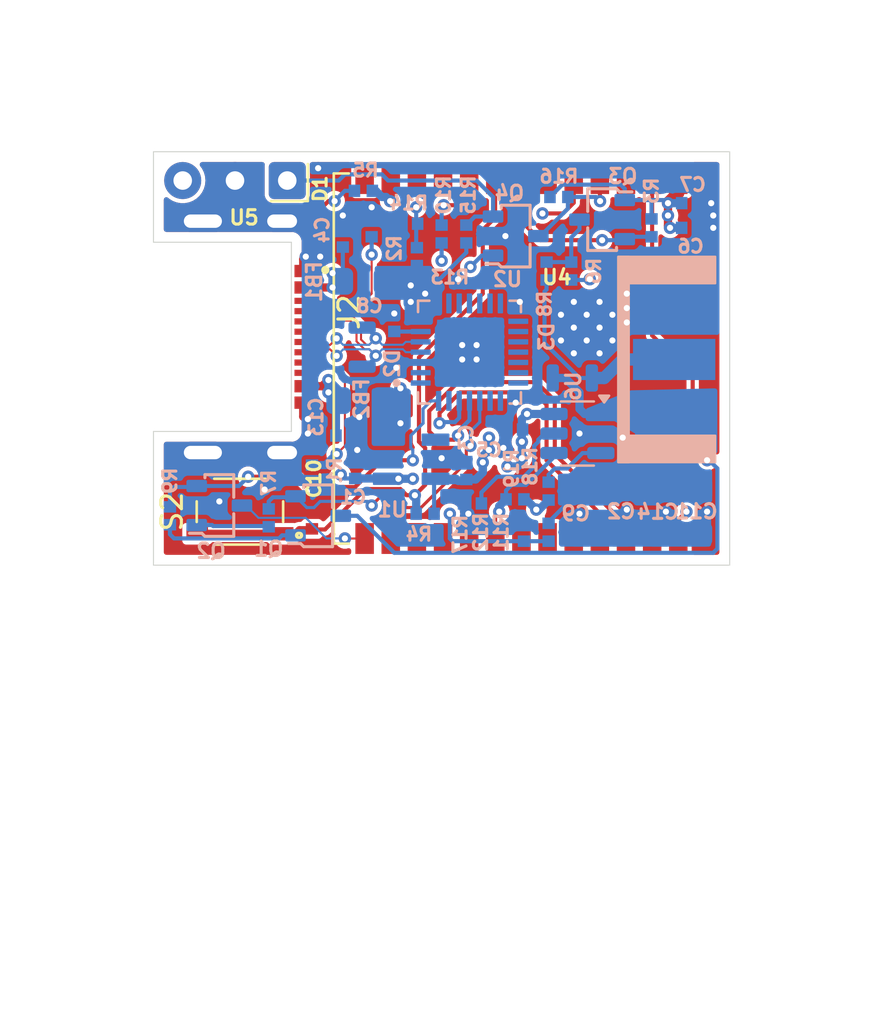
<source format=kicad_pcb>
(kicad_pcb (version 20240108) (generator "pcbnew") (generator_version "8.0")
  (layers (0 "F.Cu" signal) (1 "In1.Cu" signal) (2 "In2.Cu" signal) (31 "B.Cu" signal) (34 "B.Paste" user) (35 "F.Paste" user) (36 "B.SilkS" user "B.Silkscreen") (37 "F.SilkS" user "F.Silkscreen") (38 "B.Mask" user) (39 "F.Mask" user) (44 "Edge.Cuts" user))
  (net 0 "")
  (net 1 "+5V")
  (net 2 "GND")
  (net 3 "+3V3")
  (net 4 "/Enable")
  (net 5 "/USER_BTN")
  (net 6 "Net-(D1-A)")
  (net 8 "/USB_DN")
  (net 9 "Net-(J2-VBUS_A)")
  (net 10 "/USB_DP")
  (net 12 "Net-(J2-CC2)")
  (net 13 "Net-(J2-VBUS_B)")
  (net 14 "Net-(J2-CC1)")
  (net 15 "Net-(U2-VDD)")
  (net 17 "/UART_MASTER_TX")
  (net 23 "/LED_DATA_conn")
  (net 28 "/UART_MASTER_RX")
  (net 29 "/LED_DATA")
  (net 32 "/DTR")
  (net 48 "LED_PWR")
  (net 49 "/RTS")
  (net 50 "Net-(Q2-G)")
  (net 51 "Net-(Q1-G)")
  (net 52 "/BOOT")
  (net 53 "Net-(Q3-D)")
  (net 54 "Net-(U4-IO8)")
  (net 56 "/LED_VOLTAGE")
  (net 57 "/LED_EN")
  (net 59 "Net-(U4-IO12)")
  (net 60 "/USB_VBUS_Sense")
  (net 62 "Net-(Q4-S)")
  (net 63 "/IR_Receiver")
  (net 64 "Net-(U6-ISET)")
  (net 65 "Net-(U6-~{FLG})")
  (footprint "HSRGB:ESP32-C6-WROOM-1-N8" (layer "F.Cu") (at 104.51 83.055 -90)
    (property "Reference" "U4")
    (property "Value" "XCVR_ESP32-C6-WROOM-1-N8")
  )
  (footprint "HSRGB:Vishay_TSOP4838" (layer "F.Cu") (at 89.5 74.4 180)
    (property "Reference" "U5")
    (property "Value" "IR_TSOP4838")
  )
  (footprint "HSRGB:2340901-1" (layer "F.Cu") (at 85 82 -90)
    (property "Reference" "J2")
    (property "Value" "TE_2340901-1")
  )
  (footprint "HSRGB:LED_KPT-1608ZGC" (layer "F.Cu") (at 90.8 76.9 -90)
    (property "Reference" "D1")
    (property "Value" "LED")
  )
  (footprint "HSRGB:C_0402" (layer "F.Cu") (at 90.7 90.9 -90)
    (property "Reference" "C10")
    (property "Value" "C_100n_0402")
  )
  (footprint "HSRGB:SKRPACE010" (layer "F.Cu") (at 87.2 90.5 180)
    (property "Reference" "S2")
    (property "Value" "SW_SKRPACE010")
  )
  (footprint "HSRGB:C_0402" (layer "B.Cu") (at 92.8 88.45 -90)
    (property "Reference" "C1")
    (property "Value" "C_2u2_10pct_16V_0402_GRM155R61C225KE11D")
  )
  (footprint "HSRGB:R_0402" (layer "B.Cu") (at 95.8 78.1 90)
    (property "Reference" "R13")
    (property "Value" "R_5k1_0402")
  )
  (footprint "HSRGB:SOT-23-3" (layer "B.Cu") (at 86.2 90.2)
    (property "Reference" "Q2")
    (property "Value" "BSS123")
  )
  (footprint "HSRGB:C_0805" (layer "B.Cu") (at 107.6 90.5 90)
    (property "Reference" "C14")
    (property "Value" "C_47u_20pct_10V_0805_CC0805MKX5R6BB476")
  )
  (footprint "HSRGB:R_0402" (layer "B.Cu") (at 107.2 76.7 90)
    (property "Reference" "R3")
    (property "Value" "R_5k1_0402")
  )
  (footprint "HSRGB:C_0402" (layer "B.Cu") (at 94.7 81.3 -90)
    (property "Reference" "C8")
    (property "Value" "C_100n_0402")
  )
  (footprint "HSRGB:SOT-23-3" (layer "B.Cu") (at 104.8 76.3 180)
    (property "Reference" "Q3")
    (property "Value" "BSS123")
  )
  (footprint "HSRGB:1x03_P2.54mm_LED_pads" (layer "B.Cu") (at 113.825 83.1)
    (property "Reference" "J3" (hide yes))
    (property "Value" "Conn_01x03")
  )
  (footprint "HSRGB:C_0402" (layer "B.Cu") (at 109.1 76.7 180)
    (property "Reference" "C6")
    (property "Value" "C_2u2_10pct_16V_0402_GRM155R61C225KE11D")
  )
  (footprint "HSRGB:R_0402" (layer "B.Cu") (at 102.1 78.8 -90)
    (property "Reference" "R8")
    (property "Value" "R_430_0402")
  )
  (footprint "HSRGB:R_0402" (layer "B.Cu") (at 103.3 78.8 -90)
    (property "Reference" "R6")
    (property "Value" "R_5k1_0402")
  )
  (footprint "HSRGB:R_0402" (layer "B.Cu") (at 102.7 75.2 180)
    (property "Reference" "R16")
    (property "Value" "R_5k1_0402")
  )
  (footprint "HSRGB:R_0402" (layer "B.Cu") (at 101 91.5 90)
    (property "Reference" "R12")
    (property "Value" "R_5k1_0402")
  )
  (footprint "HSRGB:C_0402" (layer "B.Cu") (at 92.2 77.2 -90)
    (property "Reference" "C4")
    (property "Value" "C_2u2_10pct_16V_0402_GRM155R61C225KE11D")
  )
  (footprint "HSRGB:R_0402" (layer "B.Cu") (at 90.7 87.8 90)
    (property "Reference" "R1")
    (property "Value" "R_5k1_0402")
  )
  (footprint "HSRGB:R_0402" (layer "B.Cu") (at 95.4 76.5 180)
    (property "Reference" "R14")
    (property "Value" "R_5k1_0402")
  )
  (footprint "HSRGB:R_0402" (layer "B.Cu") (at 88.6 90.8 -90)
    (property "Reference" "R7")
    (property "Value" "R_430_0402")
  )
  (footprint "HSRGB:C_0805" (layer "B.Cu") (at 105.7 90.5 90)
    (property "Reference" "C2")
    (property "Value" "C_47u_20pct_10V_0805_CC0805MKX5R6BB476")
  )
  (footprint "HSRGB:SOT-23-3" (layer "B.Cu") (at 100.6 77.1)
    (property "Reference" "Q4")
    (property "Value" "BSS123")
  )
  (footprint "HSRGB:R_0402" (layer "B.Cu") (at 93.2 74.9)
    (property "Reference" "R5")
    (property "Value" "R_430_0402")
  )
  (footprint "HSRGB:R_0402" (layer "B.Cu") (at 97 77 90)
    (property "Reference" "R10")
    (property "Value" "R_5k1_0402")
  )
  (footprint "HSRGB:R_0402" (layer "B.Cu") (at 98.5 90.1)
    (property "Reference" "R17")
    (property "Value" "R_2k4_1pct_0402_CRCW04022K40FKED")
  )
  (footprint "HSRGB:R_0402" (layer "B.Cu") (at 102.2 91.5 -90)
    (property "Reference" "R11")
    (property "Value" "R_5k1_0402")
  )
  (footprint "HSRGB:C_0805" (layer "B.Cu") (at 103.8 90.5 90)
    (property "Reference" "C9")
    (property "Value" "C_47u_20pct_10V_0805_CC0805MKX5R6BB476")
  )
  (footprint "HSRGB:FB_0805_2012Metric" (layer "B.Cu") (at 93.1 85.1)
    (property "Reference" "FB2")
    (property "Value" "FB_600_Ohm_0805")
  )
  (footprint "HSRGB:R_0402" (layer "B.Cu") (at 100.565001 89.9)
    (property "Reference" "R19")
    (property "Value" "R_5k1_0402")
  )
  (footprint "HSRGB:R_0402" (layer "B.Cu") (at 102.2 89.5 -90)
    (property "Reference" "R18")
    (property "Value" "R_5k1_0402")
  )
  (footprint "HSRGB:PESD5V0L2BT" (layer "B.Cu") (at 92 82.5 180)
    (property "Reference" "D2")
    (property "Value" "PESD5V0L2BT")
  )
  (footprint "HSRGB:C_0402" (layer "B.Cu") (at 100.5 86.5)
    (property "Reference" "C5")
    (property "Value" "C_2u2_10pct_16V_0402_GRM155R61C225KE11D")
  )
  (footprint "HSRGB:AP2112K-3.3TRG1" (layer "B.Cu") (at 95.52 87.95)
    (property "Reference" "U1")
    (property "Value" "SOT95P285X140-5N")
  )
  (footprint "HSRGB:CP2102" (layer "B.Cu") (at 98.355001 82.7436)
    (property "Reference" "U2")
    (property "Value" "QFN50P500X500X100-29N")
  )
  (footprint "HSRGB:SOT-23-3" (layer "B.Cu") (at 91 90.7)
    (property "Reference" "Q1")
    (property "Value" "BSS123")
  )
  (footprint "HSRGB:C_0402" (layer "B.Cu") (at 109.1 75.5 180)
    (property "Reference" "C7")
    (property "Value" "C_100n_0402")
  )
  (footprint "HSRGB:R_0402" (layer "B.Cu") (at 98.2 77 -90)
    (property "Reference" "R15")
    (property "Value" "R_5k1_0402")
  )
  (footprint "HSRGB:C_0805" (layer "B.Cu") (at 109.5 90.5 90)
    (property "Reference" "C11")
    (property "Value" "C_47u_20pct_10V_0805_CC0805MKX5R6BB476")
  )
  (footprint "HSRGB:R_0402" (layer "B.Cu") (at 83.8 90.7 -90)
    (property "Reference" "R9")
    (property "Value" "R_430_0402")
  )
  (footprint "HSRGB:PESD5V0L2BT" (layer "B.Cu") (at 103.350001 82.8625 90)
    (property "Reference" "D3")
    (property "Value" "PESD5V0L2BT")
  )
  (footprint "HSRGB:C_0402" (layer "B.Cu") (at 98.2 88.5 -90)
    (property "Reference" "C3")
    (property "Value" "C_2u2_10pct_16V_0402_GRM155R61C225KE11D")
  )
  (footprint "HSRGB:R_0402" (layer "B.Cu") (at 96.2 90.6 180)
    (property "Reference" "R4")
    (property "Value" "R_5k1_0402")
  )
  (footprint "HSRGB:R_0402" (layer "B.Cu") (at 93.6 76.7 -90)
    (property "Reference" "R2")
    (property "Value" "R_5k1_0402")
  )
  (footprint "HSRGB:C_0402" (layer "B.Cu") (at 92.3 86.8 180)
    (property "Reference" "C13")
    (property "Value" "C_2u2_10pct_16V_0402_GRM155R61C225KE11D")
  )
  (footprint "HSRGB:FB_0805_2012Metric" (layer "B.Cu") (at 93.2 79.3)
    (property "Reference" "FB1")
    (property "Value" "FB_600_Ohm_0805")
  )
  (footprint "HSRGB:TSOT-23-6" (layer "B.Cu") (at 103.6 86.7 180)
    (property "Reference" "U6")
    (property "Value" "AP22615AWU-7")
  )
  (gr_rect (start 105.6 78.1) (end 110.3 79.4) (stroke (width 0.1)) (fill solid) (layer "B.SilkS"))
  (gr_rect (start 105.575 78.1) (end 106.1 88.1) (stroke (width 0.1)) (fill solid) (layer "B.SilkS"))
  (gr_rect (start 105.6 86.8) (end 110.3 88.1) (stroke (width 0.1)) (fill solid) (layer "B.SilkS"))
  (gr_line (start 83 93.1) (end 111 93.1) (stroke (width 0.05)) (layer "Edge.Cuts"))
  (gr_line (start 83 77.4) (end 89.7 77.4) (stroke (width 0.05)) (layer "Edge.Cuts"))
  (gr_line (start 89.7 77.4) (end 89.7 86.6) (stroke (width 0.05)) (layer "Edge.Cuts"))
  (gr_line (start 111 73) (end 83 73) (stroke (width 0.05)) (layer "Edge.Cuts"))
  (gr_line (start 89.7 86.6) (end 83 86.6) (stroke (width 0.05)) (layer "Edge.Cuts"))
  (gr_line (start 83 86.6) (end 83 93.1) (stroke (width 0.05)) (layer "Edge.Cuts"))
  (gr_line (start 111 93.1) (end 111 73) (stroke (width 0.05)) (layer "Edge.Cuts"))
  (gr_line (start 83 73) (end 83 77.4) (stroke (width 0.05)) (layer "Edge.Cuts"))
  (via (at 95 86.2) (size 0.6) (drill 0.3) (layers "F.Cu" "B.Cu") (net 1))
  (via (at 95 84.5) (size 0.6) (drill 0.3) (layers "F.Cu" "B.Cu") (net 1))
  (via (at 100.9 87.1) (size 0.6) (drill 0.3) (layers "F.Cu" "B.Cu") (net 1))
  (via (at 92.1 88.7) (size 0.6) (drill 0.3) (layers "F.Cu" "B.Cu") (net 1))
  (via (at 101.6 90.4) (size 0.6) (drill 0.3) (layers "F.Cu" "B.Cu") (net 1))
  (via (at 104.2 79.2) (size 0.6) (drill 0.3) (layers "F.Cu" "B.Cu") (net 1))
  (via (at 95.5 80.3) (size 0.6) (drill 0.3) (layers "F.Cu" "B.Cu") (net 1))
  (via (at 95.6 88.9) (size 0.6) (drill 0.3) (layers "F.Cu" "B.Cu") (net 1))
  (via (at 96.2 79.9) (size 0.6) (drill 0.3) (layers "F.Cu" "B.Cu") (net 1))
  (via (at 100.9 87.9) (size 0.6) (drill 0.3) (layers "F.Cu" "B.Cu") (net 1))
  (via (at 94.9 88.9) (size 0.6) (drill 0.3) (layers "F.Cu" "B.Cu") (net 1))
  (via (at 100.2 88.3) (size 0.6) (drill 0.3) (layers "F.Cu" "B.Cu") (net 1))
  (via (at 95.5 79.5) (size 0.6) (drill 0.3) (layers "F.Cu" "B.Cu") (net 1))
  (via (at 101.149999 85.750001) (size 0.6) (drill 0.3) (layers "F.Cu" "B.Cu") (net 1))
  (segment (start 101.149999 85.750001) (end 102.4625 85.750001) (width 0.4) (layer "B.Cu") (net 1))
  (segment (start 101.6 90.4) (end 101.734999 90.4) (width 0.4) (layer "B.Cu") (net 1))
  (segment (start 98.2 77.434999) (end 98.2 77.9) (width 0.2) (layer "B.Cu") (net 1))
  (segment (start 100.9 87.9) (end 100.9 88.1) (width 0.4) (layer "B.Cu") (net 1))
  (segment (start 100.9 88.1) (end 100.7 88.3) (width 0.4) (layer "B.Cu") (net 1))
  (segment (start 101 89.9) (end 101.1 89.9) (width 0.4) (layer "B.Cu") (net 1))
  (segment (start 95.6 88.9) (end 94.335 88.9) (width 0.4) (layer "B.Cu") (net 1))
  (segment (start 98.2 77.9) (end 96.2 79.9) (width 0.2) (layer "B.Cu") (net 1))
  (segment (start 103.3 79.234999) (end 104.165001 79.234999) (width 0.2) (layer "B.Cu") (net 1))
  (segment (start 100.7 88.3) (end 100.2 88.3) (width 0.4) (layer "B.Cu") (net 1))
  (segment (start 92.1 88.7) (end 92.285 88.885) (width 0.2) (layer "B.Cu") (net 1))
  (segment (start 92.8 88.884999) (end 94.319999 88.884999) (width 0.4) (layer "B.Cu") (net 1))
  (segment (start 104.165001 79.234999) (end 104.2 79.2) (width 0.2) (layer "B.Cu") (net 1))
  (segment (start 92.285 88.885) (end 92.8 88.885) (width 0.2) (layer "B.Cu") (net 1))
  (segment (start 100.9 86) (end 100.9 87.1) (width 0.4) (layer "B.Cu") (net 1))
  (segment (start 94.319999 88.884999) (end 94.335 88.9) (width 0.4) (layer "B.Cu") (net 1))
  (segment (start 101.1 89.9) (end 101.6 90.4) (width 0.4) (layer "B.Cu") (net 1))
  (segment (start 101.149999 85.750001) (end 100.9 86) (width 0.4) (layer "B.Cu") (net 1))
  (segment (start 101.734999 90.4) (end 102.2 89.934999) (width 0.4) (layer "B.Cu") (net 1))
  (segment (start 100.9 87.1) (end 100.9 87.9) (width 0.4) (layer "B.Cu") (net 1))
  (segment (start 90.4 78.1) (end 90.275 78.225) (width 0.4) (layer "F.Cu") (net 2))
  (segment (start 110.1 76.6) (end 110.1 75.5) (width 0.4) (layer "F.Cu") (net 2))
  (segment (start 110.2 76.7) (end 110.1 76.6) (width 0.4) (layer "F.Cu") (net 2))
  (segment (start 90.275 85.2) (end 90.275 85.875) (width 0.4) (layer "F.Cu") (net 2))
  (segment (start 109.77 75.17) (end 109.77 74.305) (width 0.4) (layer "F.Cu") (net 2))
  (segment (start 90.275 78.225) (end 90.275 78.8) (width 0.4) (layer "F.Cu") (net 2))
  (segment (start 89.275 89.425) (end 85.125 89.425) (width 0.2) (layer "F.Cu") (net 2))
  (segment (start 90.5 86) (end 90.5 86.7) (width 0.4) (layer "F.Cu") (net 2))
  (segment (start 90.275 85.875) (end 90.4 86) (width 0.4) (layer "F.Cu") (net 2))
  (segment (start 86.2 89.425) (end 86.2 90) (width 0.2) (layer "F.Cu") (net 2))
  (segment (start 85.125 89.425) (end 86.2 89.425) (width 0.2) (layer "F.Cu") (net 2))
  (segment (start 110.1 75.5) (end 109.77 75.17) (width 0.4) (layer "F.Cu") (net 2))
  (segment (start 88.4 89.425) (end 89.275 89.425) (width 0.2) (layer "F.Cu") (net 2))
  (segment (start 90.4 78.1) (end 91.1 78.1) (width 0.4) (layer "F.Cu") (net 2))
  (via (at 103.7 86.7) (size 0.6) (drill 0.3) (layers "F.Cu" "B.Cu") (net 2))
  (via (at 92.9 87.5) (size 0.6) (drill 0.3) (layers "F.Cu" "B.Cu") (net 2))
  (via (at 106 80.6) (size 0.6) (drill 0.3) (layers "F.Cu" "B.Cu") (net 2))
  (via (at 94.7 80.865001) (size 0.6) (drill 0.3) (layers "F.Cu" "B.Cu") (net 2))
  (via (at 90.5 86.7) (size 0.6) (drill 0.3) (layers "F.Cu" "B.Cu") (net 2))
  (via (at 100.6 85.2) (size 0.6) (drill 0.3) (layers "F.Cu" "B.Cu") (net 2))
  (via (at 109.9 90.5) (size 0.6) (drill 0.3) (layers "F.Cu" "B.Cu") (net 2))
  (via (at 91.1 78.1) (size 0.6) (drill 0.3) (layers "F.Cu" "B.Cu") (net 2))
  (via (at 100 87.4) (size 0.6) (drill 0.3) (layers "F.Cu" "B.Cu") (net 2))
  (via (at 106 81.299999) (size 0.6) (drill 0.3) (layers "F.Cu" "B.Cu") (net 2))
  (via (at 92.2 76.1) (size 0.6) (drill 0.3) (layers "F.Cu" "B.Cu") (net 2))
  (via (at 105.8 86.9) (size 0.6) (drill 0.3) (layers "F.Cu" "B.Cu") (net 2))
  (via (at 110.2 76.1) (size 0.6) (drill 0.3) (layers "F.Cu" "B.Cu") (net 2))
  (via (at 98.7 82.4) (size 0.6) (drill 0.3) (layers "F.Cu" "B.Cu") (net 2))
  (via (at 98 82.4) (size 0.6) (drill 0.3) (layers "F.Cu" "B.Cu") (net 2))
  (via (at 100.1 77.1) (size 0.6) (drill 0.3) (layers "F.Cu" "B.Cu") (net 2))
  (via (at 94.8 83.5) (size 0.6) (drill 0.3) (layers "F.Cu" "B.Cu") (net 2))
  (via (at 103.7 90.6) (size 0.6) (drill 0.3) (layers "F.Cu" "B.Cu") (net 2))
  (via (at 107.9 90.5) (size 0.6) (drill 0.3) (layers "F.Cu" "B.Cu") (net 2))
  (via (at 97 87.9) (size 0.6) (drill 0.3) (layers "F.Cu" "B.Cu") (net 2))
  (via (at 110.2 76.7) (size 0.6) (drill 0.3) (layers "F.Cu" "B.Cu") (net 2))
  (via (at 91 73.8) (size 0.6) (drill 0.3) (layers "F.Cu" "B.Cu") (net 2))
  (via (at 90.4 78.1) (size 0.6) (drill 0.3) (layers "F.Cu" "B.Cu") (net 2))
  (via (at 93 85.9) (size 0.6) (drill 0.3) (layers "F.Cu" "B.Cu") (net 2))
  (via (at 98.7 83.1) (size 0.6) (drill 0.3) (layers "F.Cu" "B.Cu") (net 2))
  (via (at 97.8 79.2) (size 0.6) (drill 0.3) (layers "F.Cu" "B.Cu") (net 2))
  (via (at 110.1 75.5) (size 0.6) (drill 0.3) (layers "F.Cu" "B.Cu") (net 2))
  (via (at 100.8 80.3) (size 0.6) (drill 0.3) (layers "F.Cu" "B.Cu") (net 2))
  (via (at 86.2 90) (size 0.6) (drill 0.3) (layers "F.Cu" "B.Cu") (net 2))
  (via (at 98 83.1) (size 0.6) (drill 0.3) (layers "F.Cu" "B.Cu") (net 2))
  (via (at 98.3 90.6) (size 0.6) (drill 0.3) (layers "F.Cu" "B.Cu") (net 2))
  (via (at 93.6 75.7) (size 0.6) (drill 0.3) (layers "F.Cu" "B.Cu") (net 2))
  (via (at 88.4 89.425) (size 0.6) (drill 0.3) (layers "F.Cu" "B.Cu") (net 2))
  (via (at 90.5 86) (size 0.6) (drill 0.3) (layers "F.Cu" "B.Cu") (net 2))
  (via (at 106 79.9) (size 0.6) (drill 0.3) (layers "F.Cu" "B.Cu") (net 2))
  (via (at 106 90.4) (size 0.6) (drill 0.3) (layers "F.Cu" "B.Cu") (net 2))
  (segment (start 109.535 75.5) (end 110.1 75.5) (width 0.4) (layer "B.Cu") (net 2))
  (segment (start 90.865001 87.4) (end 90.865001 87.065001) (width 0.4) (layer "B.Cu") (net 2))
  (segment (start 106 81.299999) (end 106 80.6) (width 0.4) (layer "B.Cu") (net 2))
  (segment (start 106 79.9) (end 106 80.6) (width 0.4) (layer "B.Cu") (net 2))
  (segment (start 90.865001 87.065001) (end 90.5 86.7) (width 0.4) (layer "B.Cu") (net 2))
  (segment (start 110.2 76.7) (end 109.534999 76.7) (width 0.4) (layer "B.Cu") (net 2))
  (segment (start 108 75.5) (end 108.5 75) (width 0.6) (layer "F.Cu") (net 3))
  (segment (start 108 76.6) (end 108 75.5) (width 0.4) (layer "F.Cu") (net 3))
  (segment (start 108.5 75) (end 108.5 74.305) (width 0.4) (layer "F.Cu") (net 3))
  (segment (start 108.1 76.7) (end 108 76.6) (width 0.4) (layer "F.Cu") (net 3))
  (via (at 99.3 87.5) (size 0.6) (drill 0.3) (layers "F.Cu" "B.Cu") (net 3))
  (via (at 97 78.3) (size 0.6) (drill 0.3) (layers "F.Cu" "B.Cu") (net 3))
  (via (at 108.1 76.7) (size 0.6) (drill 0.3) (layers "F.Cu" "B.Cu") (net 3))
  (via (at 99.3 86.9) (size 0.6) (drill 0.3) (layers "F.Cu" "B.Cu") (net 3))
  (via (at 108 76.1) (size 0.6) (drill 0.3) (layers "F.Cu" "B.Cu") (net 3))
  (via (at 98.4 78.6) (size 0.6) (drill 0.3) (layers "F.Cu" "B.Cu") (net 3))
  (via (at 108 75.5) (size 0.6) (drill 0.3) (layers "F.Cu" "B.Cu") (net 3))
  (via (at 99 88.1) (size 0.6) (drill 0.3) (layers "F.Cu" "B.Cu") (net 3))
  (segment (start 108.665 75.5) (end 108 75.5) (width 0.4) (layer "B.Cu") (net 3))
  (segment (start 107.849 75.349) (end 108 75.5) (width 0.2) (layer "B.Cu") (net 3))
  (segment (start 102.865001 74.6) (end 105.7 74.6) (width 0.2) (layer "B.Cu") (net 3))
  (segment (start 97.8 89) (end 97.7 88.9) (width 0.4) (layer "B.Cu") (net 3))
  (segment (start 105.9 74.8) (end 105.9 75.349) (width 0.2) (layer "B.Cu") (net 3))
  (segment (start 105.9 75.349) (end 107.2 75.349) (width 0.2) (layer "B.Cu") (net 3))
  (segment (start 99 88.592499) (end 99 87.8) (width 0.4) (layer "B.Cu") (net 3))
  (segment (start 99 88.592499) (end 98.6575 88.934999) (width 0.4) (layer "B.Cu") (net 3))
  (segment (start 96.635 89.065001) (end 96.635 90.6) (width 0.2) (layer "B.Cu") (net 3))
  (segment (start 97.7 88.9) (end 96.705 88.9) (width 0.4) (layer "B.Cu") (net 3))
  (segment (start 98.134999 89) (end 98.2 88.934999) (width 0.2) (layer "B.Cu") (net 3))
  (segment (start 99.5 78.051) (end 98.949 78.051) (width 0.2) (layer "B.Cu") (net 3))
  (segment (start 107.2 75.349) (end 107.849 75.349) (width 0.2) (layer "B.Cu") (net 3))
  (segment (start 108.1 76.7) (end 108.665001 76.7) (width 0.4) (layer "B.Cu") (net 3))
  (segment (start 98.134999 89) (end 97.8 89) (width 0.4) (layer "B.Cu") (net 3))
  (segment (start 99 87.8) (end 99.3 87.5) (width 0.4) (layer "B.Cu") (net 3))
  (segment (start 105.7 74.6) (end 105.9 74.8) (width 0.2) (layer "B.Cu") (net 3))
  (segment (start 102.265001 75.2) (end 102.865001 74.6) (width 0.2) (layer "B.Cu") (net 3))
  (segment (start 97 78.3) (end 97 77.5175) (width 0.2) (layer "B.Cu") (net 3))
  (segment (start 99.3 87.5) (end 99.3 86.9) (width 0.4) (layer "B.Cu") (net 3))
  (segment (start 98.2 89.065001) (end 96.635 89.065001) (width 0.2) (layer "B.Cu") (net 3))
  (segment (start 99 88.1) (end 99 88.592499) (width 0.4) (layer "B.Cu") (net 3))
  (segment (start 98.134999 89) (end 98.2 89.065001) (width 0.2) (layer "B.Cu") (net 3))
  (segment (start 98.949 78.051) (end 98.4 78.6) (width 0.2) (layer "B.Cu") (net 3))
  (segment (start 107.2 76.265001) (end 107.2 75.349) (width 0.2) (layer "B.Cu") (net 3))
  (segment (start 98.6575 88.934999) (end 98.2 88.934999) (width 0.4) (layer "B.Cu") (net 3))
  (segment (start 109.2 87.3) (end 109.2 83.9) (width 0.2) (layer "F.Cu") (net 4))
  (segment (start 107.23 81.93) (end 107.23 74.305) (width 0.2) (layer "F.Cu") (net 4))
  (segment (start 109.2 83.9) (end 107.23 81.93) (width 0.2) (layer "F.Cu") (net 4))
  (segment (start 109.9 88) (end 109.2 87.3) (width 0.2) (layer "F.Cu") (net 4))
  (via (at 109.9 88) (size 0.6) (drill 0.3) (layers "F.Cu" "B.Cu") (net 4))
  (segment (start 110.2 92.5) (end 94.7 92.5) (width 0.2) (layer "B.Cu") (net 4))
  (segment (start 110.4 92.3) (end 110.2 92.5) (width 0.2) (layer "B.Cu") (net 4))
  (segment (start 109.9 88) (end 110 88) (width 0.2) (layer "B.Cu") (net 4))
  (segment (start 94.7 92.5) (end 92.9005 90.7005) (width 0.2) (layer "B.Cu") (net 4))
  (segment (start 110.4 88.4) (end 110.4 92.3) (width 0.2) (layer "B.Cu") (net 4))
  (segment (start 92.9005 90.7005) (end 92.1 90.7005) (width 0.2) (layer "B.Cu") (net 4))
  (segment (start 110 88) (end 110.4 88.4) (width 0.2) (layer "B.Cu") (net 4))
  (segment (start 95 89.4) (end 93.3 89.4) (width 0.2) (layer "F.Cu") (net 5))
  (segment (start 99.6 76.2) (end 99 76.8) (width 0.2) (layer "F.Cu") (net 5))
  (segment (start 99 79.9) (end 95.9 83) (width 0.2) (layer "F.Cu") (net 5))
  (segment (start 99.61 74.305) (end 99.6 74.315) (width 0.2) (layer "F.Cu") (net 5))
  (segment (start 93.3 89.4) (end 91.334999 91.365001) (width 0.2) (layer "F.Cu") (net 5))
  (segment (start 95.3 89.7) (end 95 89.4) (width 0.2) (layer "F.Cu") (net 5))
  (segment (start 95.9 87.1) (end 96.2 87.4) (width 0.2) (layer "F.Cu") (net 5))
  (segment (start 91.334999 91.365001) (end 90.8 91.365001) (width 0.2) (layer "F.Cu") (net 5))
  (segment (start 89.925 91.575) (end 90.1 91.4) (width 0.4) (layer "F.Cu") (net 5))
  (segment (start 90.1 91.4) (end 90.765001 91.4) (width 0.4) (layer "F.Cu") (net 5))
  (segment (start 95.7 89.7) (end 95.3 89.7) (width 0.2) (layer "F.Cu") (net 5))
  (segment (start 90.765001 91.4) (end 90.8 91.365001) (width 0.4) (layer "F.Cu") (net 5))
  (segment (start 99 76.8) (end 99 79.9) (width 0.2) (layer "F.Cu") (net 5))
  (segment (start 85.125 91.575) (end 89.275 91.575) (width 0.4) (layer "F.Cu") (net 5))
  (segment (start 99.6 74.315) (end 99.6 76.2) (width 0.2) (layer "F.Cu") (net 5))
  (segment (start 96.2 89.2) (end 95.7 89.7) (width 0.2) (layer "F.Cu") (net 5))
  (segment (start 95.9 83) (end 95.9 87.1) (width 0.2) (layer "F.Cu") (net 5))
  (segment (start 89.275 91.575) (end 89.925 91.575) (width 0.4) (layer "F.Cu") (net 5))
  (segment (start 96.2 87.4) (end 96.2 89.2) (width 0.2) (layer "F.Cu") (net 5))
  (via (at 95.7 89.7) (size 0.6) (drill 0.3) (layers "F.Cu" "B.Cu") (net 5))
  (segment (start 95.765 89.765) (end 95.7 89.7) (width 0.4) (layer "B.Cu") (net 5))
  (segment (start 95.765 90.6) (end 95.765 89.765) (width 0.4) (layer "B.Cu") (net 5))
  (segment (start 91.8 75.4) (end 91.5 75.4) (width 0.2) (layer "F.Cu") (net 6))
  (segment (start 91.5 75.4) (end 90.825 76.075) (width 0.2) (layer "F.Cu") (net 6))
  (segment (start 90.825 76.075) (end 90.8 76.075) (width 0.2) (layer "F.Cu") (net 6))
  (via (at 91.8 75.4) (size 0.6) (drill 0.3) (layers "F.Cu" "B.Cu") (net 6))
  (segment (start 92.3 74.9) (end 92.765001 74.9) (width 0.2) (layer "B.Cu") (net 6))
  (segment (start 91.8 75.4) (end 92.3 74.9) (width 0.2) (layer "B.Cu") (net 6))
  (segment (start 91.137501 82.25) (end 91.277501 82.39) (width 0.1) (layer "F.Cu") (net 8))
  (segment (start 93.339165 82.383601) (end 93.485 82.383601) (width 0.1) (layer "F.Cu") (net 8))
  (segment (start 93.085 81.429436) (end 93.085 82.129436) (width 0.1) (layer "F.Cu") (net 8))
  (segment (start 90.275 81.25) (end 91.137501 81.25) (width 0.1) (layer "F.Cu") (net 8))
  (segment (start 91.585 82.39) (end 91.9 82.075) (width 0.1) (layer "F.Cu") (net 8))
  (segment (start 93.085 82.129436) (end 93.339165 82.383601) (width 0.1) (layer "F.Cu") (net 8))
  (segment (start 92.645564 80.99) (end 93.085 81.429436) (width 0.1) (layer "F.Cu") (net 8))
  (segment (start 91.879436 80.99) (end 92.645564 80.99) (width 0.1) (layer "F.Cu") (net 8))
  (segment (start 93.485 82.383601) (end 93.8 82.068601) (width 0.1) (layer "F.Cu") (net 8))
  (segment (start 91.137501 81.25) (end 91.277501 81.39) (width 0.1) (layer "F.Cu") (net 8))
  (segment (start 90.275 82.25) (end 91.137501 82.25) (width 0.1) (layer "F.Cu") (net 8))
  (segment (start 91.277501 81.39) (end 91.479436 81.39) (width 0.1) (layer "F.Cu") (net 8))
  (segment (start 91.277501 82.39) (end 91.585 82.39) (width 0.1) (layer "F.Cu") (net 8))
  (segment (start 91.479436 81.39) (end 91.879436 80.99) (width 0.1) (layer "F.Cu") (net 8))
  (via (at 93.8 82.068601) (size 0.6) (drill 0.3) (layers "F.Cu" "B.Cu") (net 8))
  (via (at 91.9 82.075) (size 0.6) (drill 0.3) (layers "F.Cu" "B.Cu") (net 8))
  (segment (start 94.115 82.383601) (end 95.1175 82.383601) (width 0.1) (layer "B.Cu") (net 8))
  (segment (start 92.215 82.39) (end 92.7 82.39) (width 0.1) (layer "B.Cu") (net 8))
  (segment (start 91.9 82.075) (end 92.215 82.39) (width 0.1) (layer "B.Cu") (net 8))
  (segment (start 93.1375 81.55) (end 93.281399 81.55) (width 0.1) (layer "B.Cu") (net 8))
  (segment (start 95.2575 82.243601) (end 95.985001 82.243601) (width 0.1) (layer "B.Cu") (net 8))
  (segment (start 92.706399 82.383601) (end 92.7 82.39) (width 0.1) (layer "B.Cu") (net 8))
  (segment (start 93.485 82.383601) (end 92.706399 82.383601) (width 0.1) (layer "B.Cu") (net 8))
  (segment (start 93.281399 81.55) (end 93.8 82.068601) (width 0.1) (layer "B.Cu") (net 8))
  (segment (start 93.8 82.068601) (end 94.115 82.383601) (width 0.1) (layer "B.Cu") (net 8))
  (segment (start 93.8 82.068601) (end 93.485 82.383601) (width 0.1) (layer "B.Cu") (net 8))
  (segment (start 95.1175 82.383601) (end 95.2575 82.243601) (width 0.1) (layer "B.Cu") (net 8))
  (segment (start 91.7 79.6) (end 91.7 78.9) (width 0.4) (layer "F.Cu") (net 9))
  (segment (start 90.375 79.6) (end 91.7 79.6) (width 0.4) (layer "F.Cu") (net 9))
  (via (at 91.7 79.6) (size 0.6) (drill 0.3) (layers "F.Cu" "B.Cu") (net 9))
  (via (at 91.7 78.9) (size 0.6) (drill 0.3) (layers "F.Cu" "B.Cu") (net 9))
  (segment (start 92.2 79.2) (end 92.1 79.3) (width 0.2) (layer "B.Cu") (net 9))
  (segment (start 92.1 79.3) (end 92 79.3) (width 0.2) (layer "B.Cu") (net 9))
  (segment (start 92.1 79.3) (end 91.7 78.9) (width 0.2) (layer "B.Cu") (net 9))
  (segment (start 92.2 77.634999) (end 92.2 79.2) (width 0.2) (layer "B.Cu") (net 9))
  (segment (start 92 79.3) (end 91.7 79.6) (width 0.2) (layer "B.Cu") (net 9))
  (segment (start 93.248037 82.603601) (end 93.485 82.603601) (width 0.1) (layer "F.Cu") (net 10))
  (segment (start 91.277501 81.61) (end 91.570564 81.61) (width 0.1) (layer "F.Cu") (net 10))
  (segment (start 90.275 81.75) (end 91.137501 81.75) (width 0.1) (layer "F.Cu") (net 10))
  (segment (start 92.865 81.520564) (end 92.865 82.220564) (width 0.1) (layer "F.Cu") (net 10))
  (segment (start 92.865 82.220564) (end 93.248037 82.603601) (width 0.1) (layer "F.Cu") (net 10))
  (segment (start 91.277501 82.61) (end 91.585 82.61) (width 0.1) (layer "F.Cu") (net 10))
  (segment (start 91.970564 81.21) (end 92.554436 81.21) (width 0.1) (layer "F.Cu") (net 10))
  (segment (start 90.275 82.75) (end 91.137501 82.75) (width 0.1) (layer "F.Cu") (net 10))
  (segment (start 91.570564 81.61) (end 91.970564 81.21) (width 0.1) (layer "F.Cu") (net 10))
  (segment (start 91.137501 81.75) (end 91.277501 81.61) (width 0.1) (layer "F.Cu") (net 10))
  (segment (start 92.554436 81.21) (end 92.865 81.520564) (width 0.1) (layer "F.Cu") (net 10))
  (segment (start 93.485 82.603601) (end 93.8 82.918601) (width 0.1) (layer "F.Cu") (net 10))
  (segment (start 91.585 82.61) (end 91.9 82.925) (width 0.1) (layer "F.Cu") (net 10))
  (segment (start 91.137501 82.75) (end 91.277501 82.61) (width 0.1) (layer "F.Cu") (net 10))
  (via (at 91.9 82.925) (size 0.6) (drill 0.3) (layers "F.Cu" "B.Cu") (net 10))
  (via (at 93.8 82.918601) (size 0.6) (drill 0.3) (layers "F.Cu" "B.Cu") (net 10))
  (segment (start 92.78419 82.61) (end 92.215 82.61) (width 0.1) (layer "B.Cu") (net 10))
  (segment (start 95.1175 82.6036) (end 95.2575 82.7436) (width 0.1) (layer "B.Cu") (net 10))
  (segment (start 92.790589 82.603601) (end 92.78419 82.61) (width 0.1) (layer "B.Cu") (net 10))
  (segment (start 93.268601 83.45) (end 93.8 82.918601) (width 0.1) (layer "B.Cu") (net 10))
  (segment (start 94.854435 82.603601) (end 94.854436 82.6036) (width 0.1) (layer "B.Cu") (net 10))
  (segment (start 93.1375 83.45) (end 93.268601 83.45) (width 0.1) (layer "B.Cu") (net 10))
  (segment (start 93.8 82.918601) (end 94.115 82.603601) (width 0.1) (layer "B.Cu") (net 10))
  (segment (start 93.8 82.918601) (end 93.485 82.603601) (width 0.1) (layer "B.Cu") (net 10))
  (segment (start 92.215 82.61) (end 91.9 82.925) (width 0.1) (layer "B.Cu") (net 10))
  (segment (start 94.854436 82.6036) (end 95.1175 82.6036) (width 0.1) (layer "B.Cu") (net 10))
  (segment (start 94.115 82.603601) (end 94.854435 82.603601) (width 0.1) (layer "B.Cu") (net 10))
  (segment (start 95.2575 82.7436) (end 95.985001 82.7436) (width 0.1) (layer "B.Cu") (net 10))
  (segment (start 93.485 82.603601) (end 92.790589 82.603601) (width 0.1) (layer "B.Cu") (net 10))
  (segment (start 91.8 83.5) (end 91.3 83.5) (width 0.1) (layer "F.Cu") (net 12))
  (segment (start 91.3 83.5) (end 91.05 83.75) (width 0.1) (layer "F.Cu") (net 12))
  (segment (start 91.05 83.75) (end 90.275 83.75) (width 0.1) (layer "F.Cu") (net 12))
  (segment (start 91.9 87.7) (end 92.3 87.3) (width 0.1) (layer "F.Cu") (net 12))
  (segment (start 92.3 87.3) (end 92.3 84) (width 0.1) (layer "F.Cu") (net 12))
  (segment (start 92.3 84) (end 91.8 83.5) (width 0.1) (layer "F.Cu") (net 12))
  (via (at 91.9 87.7) (size 0.6) (drill 0.3) (layers "F.Cu" "B.Cu") (net 12))
  (segment (start 91.365001 88.234999) (end 90.7 88.234999) (width 0.4) (layer "B.Cu") (net 12))
  (segment (start 91.9 87.7) (end 91.365001 88.234999) (width 0.4) (layer "B.Cu") (net 12))
  (segment (start 91.2 84.4) (end 91.5 84.1) (width 0.4) (layer "F.Cu") (net 13))
  (segment (start 90.275 84.4) (end 91.2 84.4) (width 0.4) (layer "F.Cu") (net 13))
  (via (at 91.5 84.1) (size 0.6) (drill 0.3) (layers "F.Cu" "B.Cu") (net 13))
  (via (at 91.5 84.7) (size 0.6) (drill 0.3) (layers "F.Cu" "B.Cu") (net 13))
  (segment (start 92.28995 85.389949) (end 92.000001 85.1) (width 0.4) (layer "B.Cu") (net 13))
  (segment (start 92.28995 85.4) (end 92.28995 85.389949) (width 0.4) (layer "B.Cu") (net 13))
  (segment (start 91.865 85.235001) (end 92.000001 85.1) (width 0.4) (layer "B.Cu") (net 13))
  (segment (start 91.5 84.1) (end 91.5 84.7) (width 0.4) (layer "B.Cu") (net 13))
  (segment (start 91.5 84.1) (end 92.000001 84.600001) (width 0.4) (layer "B.Cu") (net 13))
  (segment (start 92.000001 84.600001) (end 92.000001 85.1) (width 0.4) (layer "B.Cu") (net 13))
  (segment (start 91.865 86.9) (end 91.865 85.235001) (width 0.4) (layer "B.Cu") (net 13))
  (segment (start 91.2 80.9) (end 91.05 80.75) (width 0.1) (layer "F.Cu") (net 14))
  (segment (start 91.9 80.5) (end 91.5 80.9) (width 0.1) (layer "F.Cu") (net 14))
  (segment (start 93 80.5) (end 91.9 80.5) (width 0.1) (layer "F.Cu") (net 14))
  (segment (start 93.6 79.9) (end 93 80.5) (width 0.1) (layer "F.Cu") (net 14))
  (segment (start 91.05 80.75) (end 90.275 80.75) (width 0.1) (layer "F.Cu") (net 14))
  (segment (start 91.5 80.9) (end 91.2 80.9) (width 0.1) (layer "F.Cu") (net 14))
  (segment (start 93.6 78) (end 93.6 79.9) (width 0.1) (layer "F.Cu") (net 14))
  (via (at 93.6 78) (size 0.6) (drill 0.3) (layers "F.Cu" "B.Cu") (net 14))
  (segment (start 93.6 77.134999) (end 93.6 78) (width 0.2) (layer "B.Cu") (net 14))
  (segment (start 94.708601 81.7436) (end 94.7 81.734999) (width 0.2) (layer "B.Cu") (net 15))
  (segment (start 95.985001 81.7436) (end 94.708601 81.7436) (width 0.2) (layer "B.Cu") (net 15))
  (segment (start 102.1 85.3) (end 102.1 88) (width 0.2) (layer "F.Cu") (net 17))
  (segment (start 104.69 90.59) (end 104.69 91.805) (width 0.2) (layer "F.Cu") (net 17))
  (segment (start 101.5 84.7) (end 102.1 85.3) (width 0.2) (layer "F.Cu") (net 17))
  (segment (start 96.9 86.2) (end 96.9 85.7) (width 0.2) (layer "F.Cu") (net 17))
  (segment (start 97.9 84.7) (end 101.5 84.7) (width 0.2) (layer "F.Cu") (net 17))
  (segment (start 96.9 85.7) (end 97.9 84.7) (width 0.2) (layer "F.Cu") (net 17))
  (segment (start 102.1 88) (end 104.69 90.59) (width 0.2) (layer "F.Cu") (net 17))
  (via (at 96.9 86.2) (size 0.6) (drill 0.3) (layers "F.Cu" "B.Cu") (net 17))
  (segment (start 97.65 86.1436) (end 97.855002 85.938598) (width 0.2) (layer "B.Cu") (net 17))
  (segment (start 97.855002 85.938598) (end 97.855002 85.1136) (width 0.2) (layer "B.Cu") (net 17))
  (segment (start 96.9564 86.1436) (end 97.65 86.1436) (width 0.2) (layer "B.Cu") (net 17))
  (segment (start 96.9 86.2) (end 96.9564 86.1436) (width 0.2) (layer "B.Cu") (net 17))
  (segment (start 102 79.8) (end 102.1 79.7) (width 0.2) (layer "B.Cu") (net 23))
  (segment (start 102.1 79.7) (end 102.1 79.234999) (width 0.2) (layer "B.Cu") (net 23))
  (segment (start 104.9 84) (end 105.8 83.1) (width 0.6) (layer "B.Cu") (net 23))
  (segment (start 102 82.1) (end 102 79.8) (width 0.2) (layer "B.Cu") (net 23))
  (segment (start 105.8 83.1) (end 108.3 83.1) (width 0.6) (layer "B.Cu") (net 23))
  (segment (start 103.7 84) (end 102 82.3) (width 0.2) (layer "B.Cu") (net 23))
  (segment (start 104.3 84) (end 104.9 84) (width 0.6) (layer "B.Cu") (net 23))
  (segment (start 102 82.3) (end 102 82.1) (width 0.2) (layer "B.Cu") (net 23))
  (segment (start 104.3 84) (end 103.7 84) (width 0.2) (layer "B.Cu") (net 23))
  (segment (start 97.6 87) (end 96.8 87) (width 0.2) (layer "F.Cu") (net 28))
  (segment (start 101.6 84.2) (end 102.5 85.1) (width 0.2) (layer "F.Cu") (net 28))
  (segment (start 96.4 86.6) (end 96.4 85.6) (width 0.2) (layer "F.Cu") (net 28))
  (segment (start 96.8 87) (end 96.4 86.6) (width 0.2) (layer "F.Cu") (net 28))
  (segment (start 97.8 84.2) (end 101.6 84.2) (width 0.2) (layer "F.Cu") (net 28))
  (segment (start 105.96 91.16) (end 105.96 91.805) (width 0.2) (layer "F.Cu") (net 28))
  (segment (start 102.5 85.1) (end 102.5 87.7) (width 0.2) (layer "F.Cu") (net 28))
  (segment (start 96.4 85.6) (end 97.8 84.2) (width 0.2) (layer "F.Cu") (net 28))
  (segment (start 97.8 86.8) (end 97.6 87) (width 0.2) (layer "F.Cu") (net 28))
  (segment (start 102.5 87.7) (end 105.96 91.16) (width 0.2) (layer "F.Cu") (net 28))
  (via (at 97.8 86.8) (size 0.6) (drill 0.3) (layers "F.Cu" "B.Cu") (net 28))
  (segment (start 98.355001 86.044999) (end 98.355001 85.1136) (width 0.2) (layer "B.Cu") (net 28))
  (segment (start 97.8 86.6) (end 98.355001 86.044999) (width 0.2) (layer "B.Cu") (net 28))
  (segment (start 97.8 86.8) (end 97.8 86.6) (width 0.2) (layer "B.Cu") (net 28))
  (segment (start 104.8 77.3) (end 101.8 77.3) (width 0.2) (layer "F.Cu") (net 29))
  (segment (start 101.8 77.3) (end 100.88 76.38) (width 0.2) (layer "F.Cu") (net 29))
  (segment (start 100.88 76.38) (end 100.88 74.305) (width 0.2) (layer "F.Cu") (net 29))
  (via (at 104.8 77.3) (size 0.6) (drill 0.3) (layers "F.Cu" "B.Cu") (net 29))
  (segment (start 105.651 77.249) (end 105.9 77.249) (width 0.2) (layer "B.Cu") (net 29))
  (segment (start 106.207004 77.249) (end 105.9 77.249) (width 0.2) (layer "B.Cu") (net 29))
  (segment (start 105.6 77.3) (end 105.651 77.249) (width 0.2) (layer "B.Cu") (net 29))
  (segment (start 107.2 77.134999) (end 106.321005 77.134999) (width 0.2) (layer "B.Cu") (net 29))
  (segment (start 104.8 77.3) (end 105.6 77.3) (width 0.2) (layer "B.Cu") (net 29))
  (segment (start 106.321005 77.134999) (end 106.207004 77.249) (width 0.2) (layer "B.Cu") (net 29))
  (segment (start 90.5 89.3) (end 92.8 89.3) (width 0.2) (layer "F.Cu") (net 32))
  (segment (start 92.8 89.3) (end 94.1 88) (width 0.2) (layer "F.Cu") (net 32))
  (segment (start 90 88.8) (end 90.5 89.3) (width 0.2) (layer "F.Cu") (net 32))
  (segment (start 87.6 88.8) (end 90 88.8) (width 0.2) (layer "F.Cu") (net 32))
  (segment (start 94.1 88) (end 95.6 88) (width 0.2) (layer "F.Cu") (net 32))
  (via (at 87.6 88.8) (size 0.6) (drill 0.3) (layers "F.Cu" "B.Cu") (net 32))
  (via (at 95.6 88) (size 0.6) (drill 0.3) (layers "F.Cu" "B.Cu") (net 32))
  (segment (start 87.149 89.251) (end 87.6 88.8) (width 0.2) (layer "B.Cu") (net 32))
  (segment (start 95.6 87.5) (end 95.5 87.4) (width 0.15) (layer "B.Cu") (net 32))
  (segment (start 95.5 86.8) (end 96.1 86.2) (width 0.15) (layer "B.Cu") (net 32))
  (segment (start 96.1 85.5) (end 96.4864 85.1136) (width 0.15) (layer "B.Cu") (net 32))
  (segment (start 96.4864 85.1136) (end 96.855001 85.1136) (width 0.15) (layer "B.Cu") (net 32))
  (segment (start 83.8 89.5) (end 84 89.3) (width 0.2) (layer "B.Cu") (net 32))
  (segment (start 83.8 90.265001) (end 83.8 89.5) (width 0.2) (layer "B.Cu") (net 32))
  (segment (start 95.5 87.4) (end 95.5 86.8) (width 0.15) (layer "B.Cu") (net 32))
  (segment (start 96.1 86.2) (end 96.1 85.5) (width 0.15) (layer "B.Cu") (net 32))
  (segment (start 85.1 89.251) (end 87.149 89.251) (width 0.2) (layer "B.Cu") (net 32))
  (segment (start 85.051 89.3) (end 85.1 89.251) (width 0.2) (layer "B.Cu") (net 32))
  (segment (start 95.6 88) (end 95.6 87.5) (width 0.15) (layer "B.Cu") (net 32))
  (segment (start 84 89.3) (end 85.051 89.3) (width 0.2) (layer "B.Cu") (net 32))
  (segment (start 103.950001 85.750001) (end 104.7375 85.750001) (width 0.4) (layer "B.Cu") (net 48))
  (segment (start 102.2 91.065001) (end 102.2 91) (width 0.2) (layer "B.Cu") (net 48))
  (segment (start 102.2 91) (end 103.8 89.4) (width 0.2) (layer "B.Cu") (net 48))
  (segment (start 103.7 84.7) (end 103.7 85.5) (width 0.4) (layer "B.Cu") (net 48))
  (segment (start 103 84) (end 103.7 84.7) (width 0.4) (layer "B.Cu") (net 48))
  (segment (start 103.7 85.5) (end 103.950001 85.750001) (width 0.4) (layer "B.Cu") (net 48))
  (segment (start 102.400002 84) (end 103 84) (width 0.4) (layer "B.Cu") (net 48))
  (segment (start 98.2 87.5) (end 98.2 88.1) (width 0.15) (layer "F.Cu") (net 49))
  (segment (start 96 90.3) (end 95.3 90.3) (width 0.15) (layer "F.Cu") (net 49))
  (segment (start 98.4 87.3) (end 98.2 87.5) (width 0.15) (layer "F.Cu") (net 49))
  (segment (start 98.2 88.1) (end 96 90.3) (width 0.15) (layer "F.Cu") (net 49))
  (segment (start 94.8 89.8) (end 94 89.8) (width 0.15) (layer "F.Cu") (net 49))
  (segment (start 95.3 90.3) (end 94.8 89.8) (width 0.15) (layer "F.Cu") (net 49))
  (segment (start 94 89.8) (end 93.6 90.2) (width 0.15) (layer "F.Cu") (net 49))
  (via (at 98.4 87.3) (size 0.6) (drill 0.3) (layers "F.Cu" "B.Cu") (net 49))
  (via (at 93.6 90.2) (size 0.6) (drill 0.3) (layers "F.Cu" "B.Cu") (net 49))
  (segment (start 93.4 90) (end 91.1 90) (width 0.15) (layer "B.Cu") (net 49))
  (segment (start 91.1 90) (end 90.8 90.3) (width 0.15) (layer "B.Cu") (net 49))
  (segment (start 98.4 87.3) (end 98.4 86.6) (width 0.15) (layer "B.Cu") (net 49))
  (segment (start 90.449 90.3) (end 89.9 89.751) (width 0.15) (layer "B.Cu") (net 49))
  (segment (start 89.851 89.8) (end 89.9 89.751) (width 0.2) (layer "B.Cu") (net 49))
  (segment (start 93.6 90.2) (end 93.4 90) (width 0.15) (layer "B.Cu") (net 49))
  (segment (start 90.8 90.3) (end 90.449 90.3) (width 0.15) (layer "B.Cu") (net 49))
  (segment (start 88.8 89.8) (end 89.851 89.8) (width 0.2) (layer "B.Cu") (net 49))
  (segment (start 88.6 90) (end 88.8 89.8) (width 0.2) (layer "B.Cu") (net 49))
  (segment (start 88.6 90.365001) (end 88.6 90) (width 0.2) (layer "B.Cu") (net 49))
  (segment (start 98.855 86.145) (end 98.855 85.1136) (width 0.15) (layer "B.Cu") (net 49))
  (segment (start 98.4 86.6) (end 98.855 86.145) (width 0.15) (layer "B.Cu") (net 49))
  (segment (start 85.849 91.151) (end 85.1 91.151) (width 0.2) (layer "B.Cu") (net 50))
  (segment (start 85.898 91.2) (end 85.849 91.151) (width 0.2) (layer "B.Cu") (net 50))
  (segment (start 88.6 91.235) (end 88.565 91.2) (width 0.2) (layer "B.Cu") (net 50))
  (segment (start 88.565 91.2) (end 85.898 91.2) (width 0.2) (layer "B.Cu") (net 50))
  (segment (start 89.1 91.8) (end 84 91.8) (width 0.2) (layer "B.Cu") (net 51))
  (segment (start 89.9 91.651) (end 89.249 91.651) (width 0.2) (layer "B.Cu") (net 51))
  (segment (start 89.249 91.651) (end 89.1 91.8) (width 0.2) (layer "B.Cu") (net 51))
  (segment (start 83.8 91.6) (end 83.8 91.134999) (width 0.2) (layer "B.Cu") (net 51))
  (segment (start 84 91.8) (end 83.8 91.6) (width 0.2) (layer "B.Cu") (net 51))
  (segment (start 93.26 91.805) (end 92.305 91.805) (width 0.1) (layer "F.Cu") (net 52))
  (segment (start 92.305 91.805) (end 92.3 91.8) (width 0.1) (layer "F.Cu") (net 52))
  (via (at 92.3 91.8) (size 0.6) (drill 0.3) (layers "F.Cu" "B.Cu") (net 52))
  (segment (start 91.4 91.8) (end 92.3 91.8) (width 0.1) (layer "B.Cu") (net 52))
  (segment (start 90.4 90.8) (end 91.4 91.8) (width 0.1) (layer "B.Cu") (net 52))
  (segment (start 88.1 90.8) (end 90.4 90.8) (width 0.1) (layer "B.Cu") (net 52))
  (segment (start 87.5005 90.2005) (end 88.1 90.8) (width 0.1) (layer "B.Cu") (net 52))
  (segment (start 87.3 90.2005) (end 87.5005 90.2005) (width 0.1) (layer "B.Cu") (net 52))
  (segment (start 103.3 77.165001) (end 103.7 76.765001) (width 0.2) (layer "B.Cu") (net 53))
  (segment (start 103.3 78.365001) (end 103.3 77.165001) (width 0.2) (layer "B.Cu") (net 53))
  (segment (start 102.1 78.365001) (end 103.3 78.365001) (width 0.2) (layer "B.Cu") (net 53))
  (segment (start 103.7 76.765001) (end 103.7 76.2995) (width 0.2) (layer "B.Cu") (net 53))
  (segment (start 97.14 75.56) (end 97.1 75.6) (width 0.2) (layer "F.Cu") (net 54))
  (segment (start 98.34 74.305) (end 98.34 75.16) (width 0.2) (layer "F.Cu") (net 54))
  (segment (start 98.34 75.16) (end 97.9 75.6) (width 0.2) (layer "F.Cu") (net 54))
  (segment (start 97.9 75.6) (end 97.1 75.6) (width 0.2) (layer "F.Cu") (net 54))
  (via (at 97.1 75.6) (size 0.6) (drill 0.3) (layers "F.Cu" "B.Cu") (net 54))
  (segment (start 97 75.7) (end 97.1 75.6) (width 0.2) (layer "B.Cu") (net 54))
  (segment (start 97 76.565001) (end 97 75.7) (width 0.2) (layer "B.Cu") (net 54))
  (segment (start 108.5 90.9) (end 108.9 90.5) (width 0.2) (layer "F.Cu") (net 56))
  (segment (start 108.5 91.805) (end 108.5 90.9) (width 0.2) (layer "F.Cu") (net 56))
  (via (at 108.9 90.5) (size 0.6) (drill 0.3) (layers "F.Cu" "B.Cu") (net 56))
  (via (at 97.4 90.6) (size 0.6) (drill 0.3) (layers "F.Cu" "B.Cu") (net 56))
  (segment (start 102.2 91.934999) (end 101 91.934999) (width 0.2) (layer "B.Cu") (net 56))
  (segment (start 97.4 91.8) (end 97.534999 91.934999) (width 0.2) (layer "B.Cu") (net 56))
  (segment (start 97.534999 91.934999) (end 101 91.934999) (width 0.2) (layer "B.Cu") (net 56))
  (segment (start 97.4 90.6) (end 97.4 91.8) (width 0.2) (layer "B.Cu") (net 56))
  (segment (start 99.6 90.7) (end 99.6 91.795) (width 0.2) (layer "F.Cu") (net 57))
  (segment (start 99.6 91.795) (end 99.61 91.805) (width 0.2) (layer "F.Cu") (net 57))
  (segment (start 99.8 90.5) (end 99.6 90.7) (width 0.2) (layer "F.Cu") (net 57))
  (via (at 99.8 90.5) (size 0.6) (drill 0.3) (layers "F.Cu" "B.Cu") (net 57))
  (segment (start 102.4625 87.8375) (end 102.4625 87.649999) (width 0.2) (layer "B.Cu") (net 57))
  (segment (start 100.130002 89.469998) (end 100.130002 89.9) (width 0.2) (layer "B.Cu") (net 57))
  (segment (start 99.8 90.5) (end 99.8 90.230002) (width 0.4) (layer "B.Cu") (net 57))
  (segment (start 99.8 90.230002) (end 100.130002 89.9) (width 0.4) (layer "B.Cu") (net 57))
  (segment (start 100.4 89.2) (end 100.130002 89.469998) (width 0.2) (layer "B.Cu") (net 57))
  (segment (start 101.1 89.2) (end 102.4625 87.8375) (width 0.2) (layer "B.Cu") (net 57))
  (segment (start 101.1 89.2) (end 100.4 89.2) (width 0.2) (layer "B.Cu") (net 57))
  (segment (start 94.53 74.305) (end 94.53 75.37) (width 0.4) (layer "F.Cu") (net 59))
  (segment (start 94.53 75.37) (end 94.5 75.4) (width 0.4) (layer "F.Cu") (net 59))
  (via (at 94.5 75.4) (size 0.6) (drill 0.3) (layers "F.Cu" "B.Cu") (net 59))
  (segment (start 94.1 75.2) (end 93.8 74.9) (width 0.4) (layer "B.Cu") (net 59))
  (segment (start 93.8 74.9) (end 93.634999 74.9) (width 0.4) (layer "B.Cu") (net 59))
  (segment (start 94.3 75.2) (end 94.1 75.2) (width 0.4) (layer "B.Cu") (net 59))
  (segment (start 94.5 75.4) (end 94.3 75.2) (width 0.4) (layer "B.Cu") (net 59))
  (segment (start 101.9 76) (end 102.9 76) (width 0.2) (layer "F.Cu") (net 60))
  (segment (start 103.42 75.48) (end 103.42 74.305) (width 0.2) (layer "F.Cu") (net 60))
  (segment (start 102.9 76) (end 103.42 75.48) (width 0.2) (layer "F.Cu") (net 60))
  (via (at 101.9 76) (size 0.6) (drill 0.3) (layers "F.Cu" "B.Cu") (net 60))
  (via (at 95.765001 75.7) (size 0.6) (drill 0.3) (layers "F.Cu" "B.Cu") (net 60))
  (segment (start 95.765001 75.7) (end 95.765001 77.630002) (width 0.2) (layer "B.Cu") (net 60))
  (segment (start 95.765001 77.630002) (end 95.8 77.665001) (width 0.2) (layer "B.Cu") (net 60))
  (segment (start 98.614001 76.151) (end 99.5 76.151) (width 0.2) (layer "B.Cu") (net 62))
  (segment (start 98.2 76.565001) (end 98.614001 76.151) (width 0.2) (layer "B.Cu") (net 62))
  (segment (start 94.4 74.4) (end 98.7 74.4) (width 0.2) (layer "B.Cu") (net 62))
  (segment (start 99.5 75.2) (end 99.5 76.151) (width 0.2) (layer "B.Cu") (net 62))
  (segment (start 94.1 74.1) (end 94.4 74.4) (width 0.2) (layer "B.Cu") (net 62))
  (segment (start 98.7 74.4) (end 99.5 75.2) (width 0.2) (layer "B.Cu") (net 62))
  (segment (start 89.5 74.4) (end 92 74.4) (width 0.2) (layer "B.Cu") (net 62))
  (segment (start 92.3 74.1) (end 94.1 74.1) (width 0.2) (layer "B.Cu") (net 62))
  (segment (start 92 74.4) (end 92.3 74.1) (width 0.2) (layer "B.Cu") (net 62))
  (segment (start 104.69 75.39) (end 104.7 75.4) (width 0.2) (layer "F.Cu") (net 63))
  (segment (start 104.69 74.305) (end 104.69 75.39) (width 0.2) (layer "F.Cu") (net 63))
  (via (at 104.7 75.4) (size 0.6) (drill 0.3) (layers "F.Cu" "B.Cu") (net 63))
  (segment (start 103.134999 75.2) (end 104.5 75.2) (width 0.2) (layer "B.Cu") (net 63))
  (segment (start 104.5 75.2) (end 104.7 75.4) (width 0.2) (layer "B.Cu") (net 63))
  (segment (start 103.134999 75.765001) (end 103.134999 75.2) (width 0.2) (layer "B.Cu") (net 63))
  (segment (start 101.7 77.1005) (end 101.7995 77.1005) (width 0.2) (layer "B.Cu") (net 63))
  (segment (start 101.7995 77.1005) (end 103.134999 75.765001) (width 0.2) (layer "B.Cu") (net 63))
  (segment (start 101.5 87.3) (end 101.5 88.3) (width 0.2) (layer "B.Cu") (net 64))
  (segment (start 101.7 87.1) (end 101.5 87.3) (width 0.2) (layer "B.Cu") (net 64))
  (segment (start 99.7 88.8) (end 98.934999 89.565001) (width 0.2) (layer "B.Cu") (net 64))
  (segment (start 98.934999 89.565001) (end 98.934999 90.1) (width 0.2) (layer "B.Cu") (net 64))
  (segment (start 102 86.7) (end 101.7 87) (width 0.2) (layer "B.Cu") (net 64))
  (segment (start 101 88.8) (end 99.7 88.8) (width 0.2) (layer "B.Cu") (net 64))
  (segment (start 102.4625 86.7) (end 102 86.7) (width 0.2) (layer "B.Cu") (net 64))
  (segment (start 101.7 87) (end 101.7 87.1) (width 0.2) (layer "B.Cu") (net 64))
  (segment (start 101.5 88.3) (end 101 88.8) (width 0.2) (layer "B.Cu") (net 64))
  (segment (start 103.1 88.4) (end 102.5 88.4) (width 0.2) (layer "B.Cu") (net 65))
  (segment (start 102.5 88.4) (end 102.2 88.7) (width 0.2) (layer "B.Cu") (net 65))
  (segment (start 103.850001 87.649999) (end 103.1 88.4) (width 0.2) (layer "B.Cu") (net 65))
  (segment (start 104.7375 87.649999) (end 103.850001 87.649999) (width 0.2) (layer "B.Cu") (net 65))
  (segment (start 102.2 88.7) (end 102.2 89.065001) (width 0.2) (layer "B.Cu") (net 65))
  (zone (net 2) (net_name "GND") (layers "F.Cu" "In1.Cu" "B.Cu") (priority 4) (connect_pads yes (clearance 0.2)) (min_thickness 0.25) (fill yes (thermal_gap 0.5) (thermal_bridge_width 0.5))
    (polygon (pts (xy 83 73) (xy 83 93) (xy 111 93) (xy 111 73)))
  )
  (zone (net 48) (net_name "LED_PWR") (layer "B.Cu") (priority 12) (connect_pads yes (clearance 0.15)) (min_thickness 0.25) (fill yes (thermal_gap 0.5) (thermal_bridge_width 0.5))
    (polygon (pts (xy 100.7 90.2) (xy 110.4 90.2) (xy 110.4 84.5) (xy 106.2 84.6) (xy 104 85.5) (xy 104 86.1) (xy 105.4 86.1) (xy 106.4 86.7) (xy 106.4 87.6) (xy 100.7 87.6)))
  )
  (zone (net 1) (net_name "+5V") (layer "B.Cu") (priority 14) (connect_pads yes (clearance 0.2)) (min_thickness 0.25) (fill yes (thermal_gap 0.5) (thermal_bridge_width 0.5))
    (polygon (pts (xy 93.6 84.5) (xy 95.5 84.5) (xy 95.5 87.3) (xy 93.6 87.3)))
  )
  (zone (net 1) (net_name "+5V") (layer "B.Cu") (priority 13) (connect_pads yes (clearance 0.2)) (min_thickness 0.25) (fill yes (thermal_gap 0.5) (thermal_bridge_width 0.5))
    (polygon (pts (xy 93.75 78.55) (xy 93.75 80.2) (xy 95.15 80.2) (xy 95.15 81.5) (xy 96.75 81.5) (xy 97.15 81) (xy 97.15 79.5) (xy 96.5 78.55)))
  )
)
</source>
